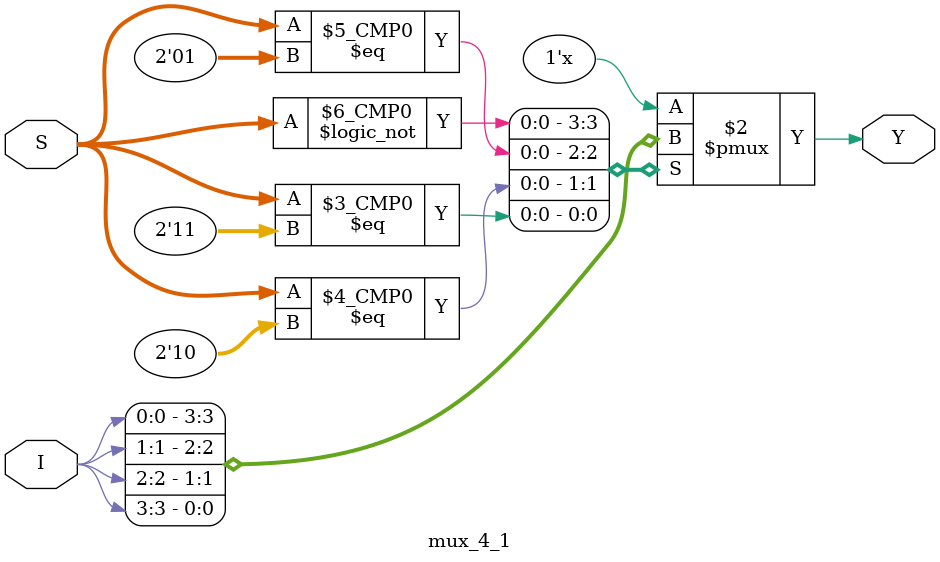
<source format=v>
`timescale 1ns / 1ps


module mux_4_1(
    input [3:0] I,
    input [1:0] S,
    output reg Y
    );
    always @(*) begin
        case(S)
            2'b00: Y = I[0];
            2'b01: Y = I[1];
            2'b10: Y = I[2];
            2'b11: Y = I[3];
            default: $display("error");
        endcase
    end
endmodule

</source>
